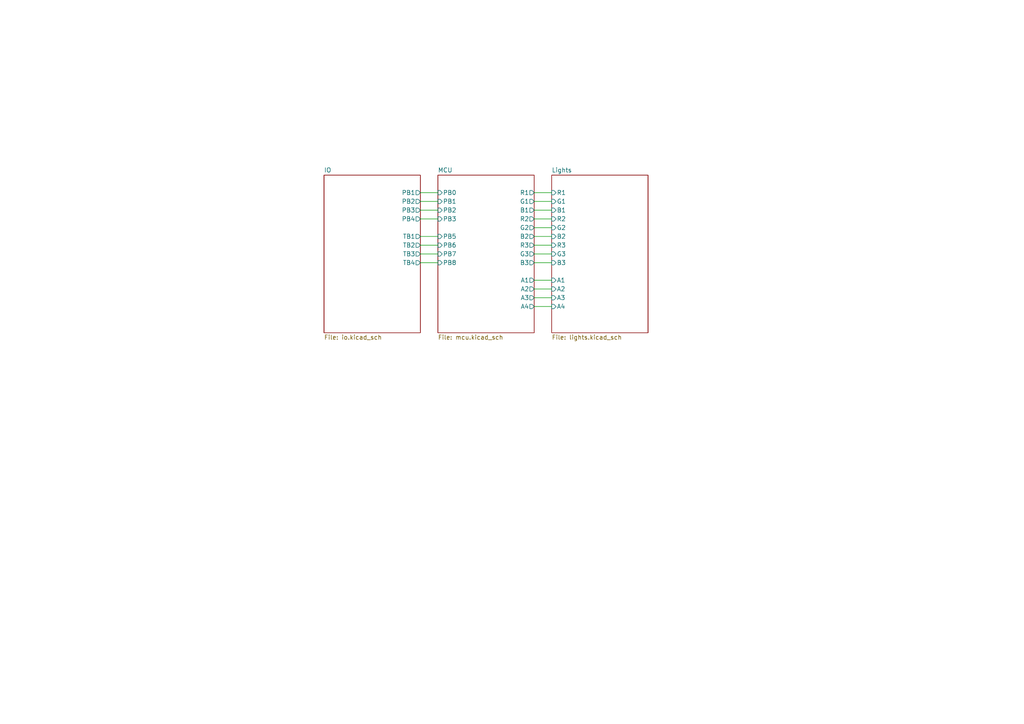
<source format=kicad_sch>
(kicad_sch (version 20230121) (generator eeschema)
  (paper "A4")
  (title_block (title "FTDI debug probe") (date "2023-07-19"))
  (lib_symbols)
  (wire (pts (xy 121.92 60.96) (xy 127 60.96)))
  (wire (pts (xy 154.94 66.04) (xy 160.02 66.04)))
  (wire (pts (xy 154.94 88.9) (xy 160.02 88.9)))
  (wire (pts (xy 154.94 55.88) (xy 160.02 55.88)))
  (wire (pts (xy 154.94 73.66) (xy 160.02 73.66)))
  (wire (pts (xy 154.94 71.12) (xy 160.02 71.12)))
  (wire (pts (xy 121.92 73.66) (xy 127 73.66)))
  (wire (pts (xy 154.94 58.42) (xy 160.02 58.42)))
  (wire (pts (xy 154.94 76.2) (xy 160.02 76.2)))
  (wire (pts (xy 121.92 76.2) (xy 127 76.2)))
  (wire (pts (xy 121.92 68.58) (xy 127 68.58)))
  (wire (pts (xy 154.94 86.36) (xy 160.02 86.36)))
  (wire (pts (xy 121.92 71.12) (xy 127 71.12)))
  (wire (pts (xy 121.92 55.88) (xy 127 55.88)))
  (wire (pts (xy 154.94 68.58) (xy 160.02 68.58)))
  (wire (pts (xy 121.92 58.42) (xy 127 58.42)))
  (wire (pts (xy 154.94 81.28) (xy 160.02 81.28)))
  (wire (pts (xy 154.94 60.96) (xy 160.02 60.96)))
  (wire (pts (xy 154.94 63.5) (xy 160.02 63.5)))
  (wire (pts (xy 154.94 83.82) (xy 160.02 83.82)))
  (wire (pts (xy 121.92 63.5) (xy 127 63.5)))
  (sheet (at 127 50.8) (size 27.94 45.72) (stroke (width 0.1524))
    (property "Sheetname" "MCU" (at 127 50.0884 0) (effects (justify left bottom)))
    (property "Sheetfile" "mcu.kicad_sch" (at 127 97.1046 0) (effects (justify left top)))
    (pin "R2" output (at 154.94 63.5 0))
    (pin "G2" output (at 154.94 66.04 0))
    (pin "B2" output (at 154.94 68.58 0))
    (pin "R1" output (at 154.94 55.88 0))
    (pin "B1" output (at 154.94 60.96 0))
    (pin "G1" output (at 154.94 58.42 0))
    (pin "A1" output (at 154.94 81.28 0))
    (pin "G3" output (at 154.94 73.66 0))
    (pin "B3" output (at 154.94 76.2 0))
    (pin "R3" output (at 154.94 71.12 0))
    (pin "A2" output (at 154.94 83.82 0))
    (pin "A3" output (at 154.94 86.36 0))
    (pin "A4" output (at 154.94 88.9 0))
    (pin "PB0" input (at 127 55.88 180))
    (pin "PB1" input (at 127 58.42 180))
    (pin "PB2" input (at 127 60.96 180))
    (pin "PB3" input (at 127 63.5 180))
    (pin "PB7" input (at 127 73.66 180))
    (pin "PB8" input (at 127 76.2 180))
    (pin "PB6" input (at 127 71.12 180))
    (pin "PB5" input (at 127 68.58 180))
  )
  (sheet (at 93.98 50.8) (size 27.94 45.72) (stroke (width 0.1524))
    (property "Sheetname" "IO" (at 93.98 50.0884 0) (effects (justify left bottom)))
    (property "Sheetfile" "io.kicad_sch" (at 93.98 97.1046 0) (effects (justify left top)))
    (pin "PB1" output (at 121.92 55.88 0))
    (pin "PB2" output (at 121.92 58.42 0))
    (pin "PB3" output (at 121.92 60.96 0))
    (pin "PB4" output (at 121.92 63.5 0))
    (pin "TB1" output (at 121.92 68.58 0))
    (pin "TB2" output (at 121.92 71.12 0))
    (pin "TB4" output (at 121.92 76.2 0))
    (pin "TB3" output (at 121.92 73.66 0))
  )
  (sheet (at 160.02 50.8) (size 27.94 45.72) (stroke (width 0.1524))
    (property "Sheetname" "Lights" (at 160.02 50.0884 0) (effects (justify left bottom)))
    (property "Sheetfile" "lights.kicad_sch" (at 160.02 97.1046 0) (effects (justify left top)))
    (pin "B1" input (at 160.02 60.96 180))
    (pin "G1" input (at 160.02 58.42 180))
    (pin "R1" input (at 160.02 55.88 180))
    (pin "A1" input (at 160.02 81.28 180))
    (pin "A3" input (at 160.02 86.36 180))
    (pin "A2" input (at 160.02 83.82 180))
    (pin "G3" input (at 160.02 73.66 180))
    (pin "R3" input (at 160.02 71.12 180))
    (pin "B3" input (at 160.02 76.2 180))
    (pin "R2" input (at 160.02 63.5 180))
    (pin "B2" input (at 160.02 68.58 180))
    (pin "G2" input (at 160.02 66.04 180))
    (pin "A4" input (at 160.02 88.9 180))
  )
)
</source>
